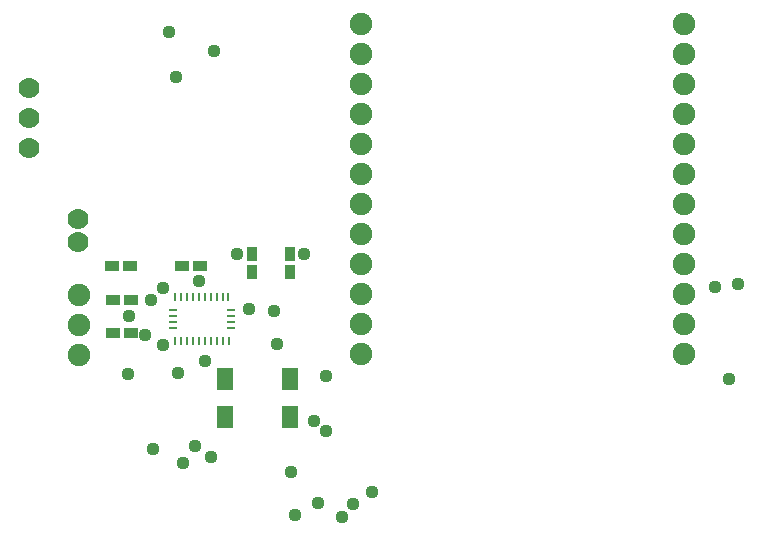
<source format=gbs>
G04 ================== begin FILE IDENTIFICATION RECORD ==================*
G04 Layout Name:  SLEEPTRACK2_PHASE3_v2.brd*
G04 Film Name:    Sleeptrack2_Phase_3_Soldermask_Bottom_V2*
G04 File Format:  Gerber RS274X*
G04 File Origin:  Cadence Allegro 17.0-P009*
G04 Origin Date:  Sat Oct 29 00:03:52 2016*
G04 *
G04 Layer:  VIA CLASS/SOLDERMASK_BOTTOM*
G04 Layer:  PIN/SOLDERMASK_BOTTOM*
G04 Layer:  PACKAGE GEOMETRY/SOLDERMASK_BOTTOM*
G04 Layer:  DRC ERROR CLASS/SOLDERMASK_BOTTOM*
G04 Layer:  BOARD GEOMETRY/SOLDERMASK_BOTTOM*
G04 *
G04 Offset:    (0.00 0.00)*
G04 Mirror:    No*
G04 Mode:      Positive*
G04 Rotation:  0*
G04 FullContactRelief:  No*
G04 UndefLineWidth:     0.00*
G04 ================== end FILE IDENTIFICATION RECORD ====================*
%FSLAX25Y25*MOIN*%
%IR0*IPPOS*OFA0.00000B0.00000*MIA0B0*SFA1.00000B1.00000*%
%ADD10C,.07*%
%ADD13C,.044*%
%ADD11C,.075*%
%ADD14R,.03X.01024*%
%ADD15R,.01024X.03*%
%ADD17R,.036X.046*%
%ADD12R,.046X.036*%
%ADD16R,.05315X.07677*%
%LPD*%
G75*
G54D10*
X-114890Y58600D03*
Y68600D03*
Y78600D03*
X-98560Y35070D03*
Y27270D03*
G54D11*
X-98250Y-10150D03*
Y9850D03*
Y-150D03*
X-4160Y-9970D03*
Y30D03*
Y10030D03*
Y20030D03*
Y30030D03*
Y40030D03*
Y50030D03*
Y60030D03*
Y70030D03*
Y80030D03*
Y90030D03*
Y100030D03*
X103660Y-9970D03*
Y30D03*
Y10030D03*
Y20030D03*
Y30030D03*
Y40030D03*
Y50030D03*
Y60030D03*
Y70030D03*
Y80030D03*
Y90030D03*
Y100030D03*
G54D12*
X-86910Y8080D03*
Y-2970D03*
X-86980Y19450D03*
X-80910Y8080D03*
Y-2970D03*
X-80980Y19450D03*
X-63910Y19390D03*
X-57910D03*
G54D13*
X-73337Y-41570D03*
X-63519Y-46111D03*
X-59581Y-40541D03*
X-81790Y-16750D03*
X-64980Y-16410D03*
X-69970Y-6800D03*
X-75960Y-3620D03*
X-81590Y2670D03*
X-58064Y14350D03*
X-73960Y8080D03*
X-70000Y11960D03*
X-65890Y82420D03*
X-67988Y97562D03*
X-54010Y-44340D03*
X-56010Y-12130D03*
X-41340Y5140D03*
X-45430Y23390D03*
X-53120Y91140D03*
X-10610Y-64130D03*
X-18480Y-59530D03*
X-26200Y-63710D03*
X-27280Y-49350D03*
X-19670Y-32130D03*
X-15790Y-35660D03*
Y-17350D03*
X-31960Y-6500D03*
X-33180Y4420D03*
X-22990Y23570D03*
X-560Y-56040D03*
X-6725Y-59905D03*
X118700Y-18090D03*
X113800Y12450D03*
X121500Y13310D03*
G54D14*
X-66746Y4583D03*
Y2614D03*
Y646D03*
Y-1323D03*
X-47454Y4583D03*
Y2614D03*
Y646D03*
Y-1323D03*
G54D15*
X-60053Y8961D03*
X-62021D03*
X-63990D03*
X-65958D03*
X-60053Y-5701D03*
X-62021D03*
X-63990D03*
X-65958D03*
X-48340Y8961D03*
X-50210D03*
X-52179D03*
X-54147D03*
X-56116D03*
X-58084D03*
X-48242Y-5701D03*
X-50210D03*
X-52179D03*
X-54147D03*
X-56116D03*
X-58084D03*
G54D16*
X-49447Y-30869D03*
Y-18271D03*
X-27793Y-30869D03*
Y-18271D03*
G54D17*
X-40570Y17390D03*
Y23390D03*
X-27940Y17390D03*
Y23390D03*
M02*

</source>
